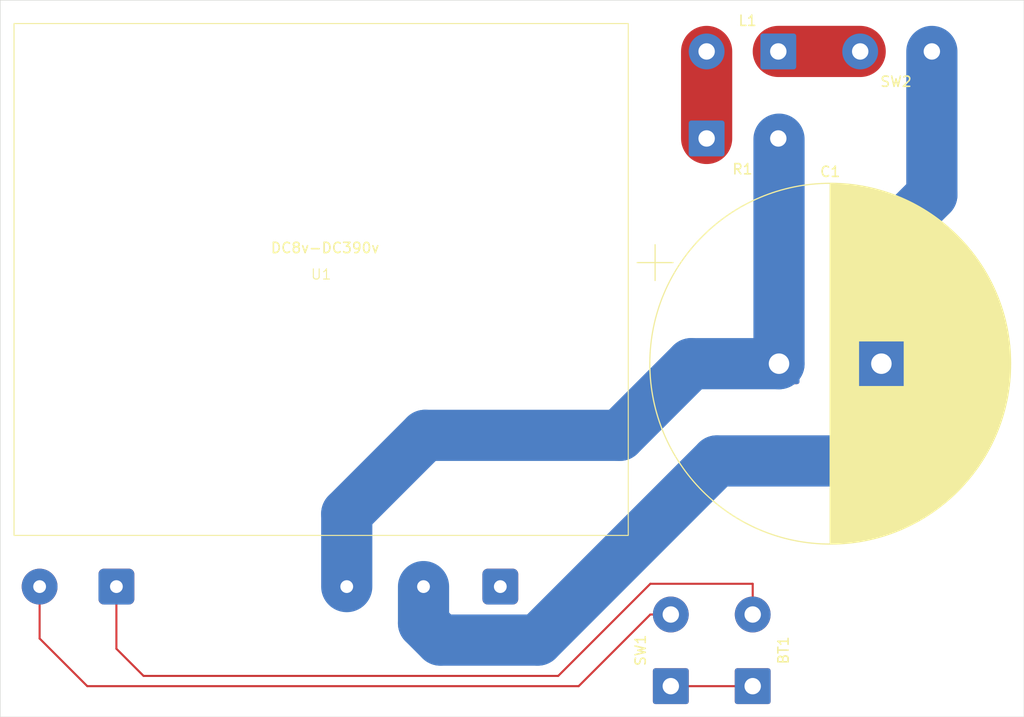
<source format=kicad_pcb>
(kicad_pcb (version 20241229) (generator "pcbnew") (generator_version "9.0")
  (layers (0 "F.Cu" signal) (2 "B.Cu" signal) (13 "F.Paste" user) (15 "B.Paste" user) (5 "F.SilkS" user "F.Silkscreen") (7 "B.SilkS" user "B.Silkscreen") (1 "F.Mask" user) (3 "B.Mask" user) (25 "Edge.Cuts" user))
  (net 0 "")
  (net 1 "Net-(BT1--)")
  (net 2 "Net-(BT1-+)")
  (net 3 "Net-(U1-OUT)")
  (net 4 "Net-(U1-OUT+)")
  (net 5 "Net-(L1-Pad2)")
  (net 6 "Net-(L1-Pad1)")
  (net 7 "Net-(U1-IN+)")
  (footprint "Connector_Wire:SolderWire-0.75sqmm_1x02_P7mm_D1.25mm_OD3.5mm" (layer "F.Cu") (at 164 80.5 180)
    (property "Reference" "SW2" (at 3.5 -2.95 0) (layer "F.SilkS"))
    (property "Value" "SW_Push")
    (pad "1" thru_hole roundrect (at 0 0 180) (size 3.5 3.5) (drill 1.6) (layers "*.Cu" "*.Mask") (roundrect_rratio 0.071429) (net 3 "Net-(U1-OUT)"))
    (pad "2" thru_hole circle (at 7 0 180) (size 3.5 3.5) (drill 1.6) (layers "*.Cu" "*.Mask") (net 6 "Net-(L1-Pad1)"))
  )
  (footprint "Connector_Wire:SolderWire-0.75sqmm_1x02_P7mm_D1.25mm_OD3.5mm" (layer "F.Cu") (at 142 89)
    (property "Reference" "R1" (at 3.5 3 0) (layer "F.SilkS"))
    (property "Value" "R_US")
    (pad "1" thru_hole roundrect (at 0 0) (size 3.5 3.5) (drill 1.6) (layers "*.Cu" "*.Mask") (roundrect_rratio 0.071429) (net 5 "Net-(L1-Pad2)"))
    (pad "2" thru_hole circle (at 7 0) (size 3.5 3.5) (drill 1.6) (layers "*.Cu" "*.Mask") (net 4 "Net-(U1-OUT+)"))
  )
  (footprint "Connector_Wire:SolderWire-0.75sqmm_1x02_P7mm_D1.25mm_OD3.5mm" (layer "F.Cu") (at 138.5 142.5 90)
    (property "Reference" "SW1" (at 3.5 -2.95 90) (layer "F.SilkS"))
    (property "Value" "SW_Push")
    (pad "1" thru_hole roundrect (at 0 0 90) (size 3.5 3.5) (drill 1.6) (layers "*.Cu" "*.Mask") (roundrect_rratio 0.071429) (net 2 "Net-(BT1-+)"))
    (pad "2" thru_hole circle (at 7 0 90) (size 3.5 3.5) (drill 1.6) (layers "*.Cu" "*.Mask") (net 7 "Net-(U1-IN+)"))
  )
  (footprint "Capacitor_THT:CP_Radial_D35.0mm_P10.00mm_SnapIn" (layer "F.Cu") (at 149.069501 111)
    (property "Reference" "C1" (at 5 -18.75 0) (layer "F.SilkS"))
    (property "Value" "C_US")
    (pad "1" thru_hole roundrect (at 0 0) (size 4 4) (drill 2) (layers "*.Cu" "*.Mask") (roundrect_rratio 0.0625) (net 4 "Net-(U1-OUT+)"))
    (pad "2" thru_hole circle (at 10 0) (size 4 4) (drill 2) (layers "*.Cu" "*.Mask") (net 3 "Net-(U1-OUT)"))
  )
  (footprint "KS_Maker:DC-DC390v_transformer_3" (layer "F.Cu") (at 104.345 102.775)
    (property "Reference" "U1" (at 0 -0.5 0) (layer "F.SilkS") (effects (font (thickness 0.1))))
    (property "Value" "~")
    (fp_text user "DC8v-DC390v" (at -5 -2.5 0) (layer "F.SilkS") (effects (justify left bottom)))
    (pad "1" thru_hole circle (at -27.5 30) (size 3.5 3.5) (drill 1.25) (layers "*.Cu" "*.Mask") (net 7 "Net-(U1-IN+)"))
    (pad "2" thru_hole roundrect (at -20 30) (size 3.5 3.5) (drill 1.25) (layers "*.Cu" "*.Mask") (roundrect_rratio 0.15) (net 1 "Net-(BT1--)"))
    (pad "3" thru_hole circle (at 2.5 30) (size 3.5 3.5) (drill 1.25) (layers "*.Cu" "*.Mask") (net 4 "Net-(U1-OUT+)"))
    (pad "4" thru_hole roundrect (at 10 30) (size 3.5 3.5) (drill 1.25) (layers "*.Cu" "*.Mask") (roundrect_rratio 0.15) (net 3 "Net-(U1-OUT)"))
    (pad "5" thru_hole roundrect (at 17.5 30) (size 3.5 3.5) (drill 1.25) (layers "*.Cu" "*.Mask") (roundrect_rratio 0.15))
  )
  (footprint "Connector_Wire:SolderWire-0.75sqmm_1x02_P7mm_D1.25mm_OD3.5mm" (layer "F.Cu") (at 149 80.5 180)
    (property "Reference" "L1" (at 3 3 0) (layer "F.SilkS"))
    (property "Value" "L")
    (pad "1" thru_hole roundrect (at 0 0 180) (size 3.5 3.5) (drill 1.6) (layers "*.Cu" "*.Mask") (roundrect_rratio 0.071429) (net 6 "Net-(L1-Pad1)"))
    (pad "2" thru_hole circle (at 7 0 180) (size 3.5 3.5) (drill 1.6) (layers "*.Cu" "*.Mask") (net 5 "Net-(L1-Pad2)"))
  )
  (footprint "Connector_Wire:SolderWire-0.75sqmm_1x02_P7mm_D1.25mm_OD3.5mm" (layer "F.Cu") (at 146.5 142.5 90)
    (property "Reference" "BT1" (at 3.5 3 90) (layer "F.SilkS"))
    (property "Value" "Battery")
    (pad "1" thru_hole roundrect (at 0 0 90) (size 3.5 3.5) (drill 1.6) (layers "*.Cu" "*.Mask") (roundrect_rratio 0.071429) (net 2 "Net-(BT1-+)"))
    (pad "2" thru_hole circle (at 7 0 90) (size 3.5 3.5) (drill 1.6) (layers "*.Cu" "*.Mask") (net 1 "Net-(BT1--)"))
  )
  (gr_rect (start 73 75.5) (end 173 145.5) (stroke (width 0.05)) (fill no) (layer "Edge.Cuts"))
  (segment (start 146.5 132.5) (end 136.5 132.5) (width 0.2) (layer "F.Cu") (net 1))
  (segment (start 136.5 132.5) (end 127.5 141.5) (width 0.2) (layer "F.Cu") (net 1))
  (segment (start 84.345 138.845) (end 84.345 132.775) (width 0.2) (layer "F.Cu") (net 1))
  (segment (start 87 141.5) (end 84.345 138.845) (width 0.2) (layer "F.Cu") (net 1))
  (segment (start 127.5 141.5) (end 87 141.5) (width 0.2) (layer "F.Cu") (net 1))
  (segment (start 84.345 132.775) (end 84 133.12) (width 0.2) (layer "F.Cu") (net 1))
  (segment (start 146.5 135.5) (end 146.5 132.5) (width 0.2) (layer "F.Cu") (net 1))
  (segment (start 138.5 142.5) (end 146.5 142.5) (width 0.2) (layer "F.Cu") (net 2))
  (segment (start 164 80.5) (end 164 94.5) (width 5) (layer "B.Cu") (net 3))
  (segment (start 114.345 136.345) (end 116 138) (width 5) (layer "B.Cu") (net 3))
  (segment (start 164 94.5) (end 159.069501 99.430499) (width 5) (layer "B.Cu") (net 3))
  (segment (start 159.069501 99.430499) (end 159.069501 111) (width 5) (layer "B.Cu") (net 3))
  (segment (start 156 120.5) (end 159.069501 117.430499) (width 5) (layer "B.Cu") (net 3))
  (segment (start 143 120.5) (end 156 120.5) (width 5) (layer "B.Cu") (net 3))
  (segment (start 114.345 132.775) (end 114.345 136.345) (width 5) (layer "B.Cu") (net 3))
  (segment (start 116 138) (end 125.5 138) (width 5) (layer "B.Cu") (net 3))
  (segment (start 159.069501 117.430499) (end 159.069501 111) (width 5) (layer "B.Cu") (net 3))
  (segment (start 125.5 138) (end 143 120.5) (width 5) (layer "B.Cu") (net 3))
  (segment (start 149 110.930499) (end 149.069501 111) (width 0.2) (layer "F.Cu") (net 4))
  (segment (start 133.5 118) (end 114.5 118) (width 5) (layer "B.Cu") (net 4))
  (segment (start 149.069501 89.069501) (end 149 89) (width 0.2) (layer "B.Cu") (net 4))
  (segment (start 149.069501 111) (end 149.069501 89.069501) (width 5) (layer "B.Cu") (net 4))
  (segment (start 114.5 118) (end 106.845 125.655) (width 5) (layer "B.Cu") (net 4))
  (segment (start 140.5 111) (end 133.5 118) (width 5) (layer "B.Cu") (net 4))
  (segment (start 149.069501 111) (end 140.5 111) (width 5) (layer "B.Cu") (net 4))
  (segment (start 106.845 125.655) (end 106.845 132.775) (width 5) (layer "B.Cu") (net 4))
  (segment (start 142 80.5) (end 142 89) (width 5) (layer "F.Cu") (net 5))
  (segment (start 157 80.5) (end 149 80.5) (width 5) (layer "F.Cu") (net 6))
  (segment (start 81.5 142.5) (end 76.845 137.845) (width 0.2) (layer "F.Cu") (net 7))
  (segment (start 136.5 135.5) (end 129.5 142.5) (width 0.2) (layer "F.Cu") (net 7))
  (segment (start 76.845 137.845) (end 76.845 132.775) (width 0.2) (layer "F.Cu") (net 7))
  (segment (start 129.5 142.5) (end 81.5 142.5) (width 0.2) (layer "F.Cu") (net 7))
  (segment (start 138.5 135.5) (end 136.5 135.5) (width 0.2) (layer "F.Cu") (net 7))
)
</source>
